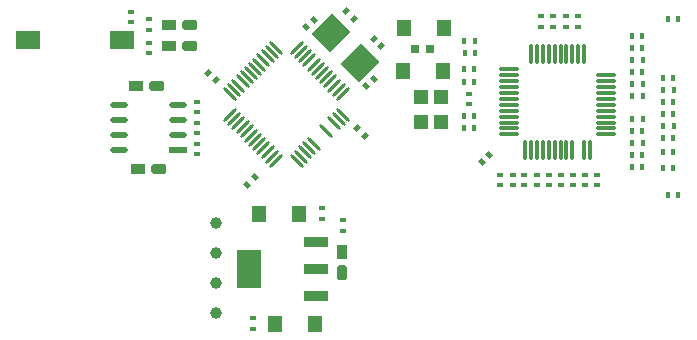
<source format=gtp>
G04*
G04 #@! TF.GenerationSoftware,Altium Limited,Altium Designer,18.1.9 (240)*
G04*
G04 Layer_Color=8421504*
%FSLAX25Y25*%
%MOIN*%
G70*
G01*
G75*
%ADD18R,0.04724X0.05512*%
%ADD19R,0.01575X0.01968*%
G04:AMPARAMS|DCode=20|XSize=9.84mil|YSize=61.02mil|CornerRadius=0mil|HoleSize=0mil|Usage=FLASHONLY|Rotation=315.000|XOffset=0mil|YOffset=0mil|HoleType=Round|Shape=Round|*
%AMOVALD20*
21,1,0.05118,0.00984,0.00000,0.00000,45.0*
1,1,0.00984,-0.01810,-0.01810*
1,1,0.00984,0.01810,0.01810*
%
%ADD20OVALD20*%

G04:AMPARAMS|DCode=21|XSize=9.84mil|YSize=61.02mil|CornerRadius=0mil|HoleSize=0mil|Usage=FLASHONLY|Rotation=225.000|XOffset=0mil|YOffset=0mil|HoleType=Round|Shape=Round|*
%AMOVALD21*
21,1,0.05118,0.00984,0.00000,0.00000,315.0*
1,1,0.00984,-0.01810,0.01810*
1,1,0.00984,0.01810,-0.01810*
%
%ADD21OVALD21*%

G04:AMPARAMS|DCode=22|XSize=15.75mil|YSize=19.68mil|CornerRadius=0mil|HoleSize=0mil|Usage=FLASHONLY|Rotation=225.000|XOffset=0mil|YOffset=0mil|HoleType=Round|Shape=Rectangle|*
%AMROTATEDRECTD22*
4,1,4,-0.00139,0.01253,0.01253,-0.00139,0.00139,-0.01253,-0.01253,0.00139,-0.00139,0.01253,0.0*
%
%ADD22ROTATEDRECTD22*%

%ADD23R,0.04724X0.05118*%
%ADD24R,0.01968X0.01575*%
%ADD25R,0.03000X0.02500*%
%ADD26O,0.01100X0.07087*%
%ADD27O,0.07087X0.01100*%
G04:AMPARAMS|DCode=28|XSize=94.49mil|YSize=86.61mil|CornerRadius=0mil|HoleSize=0mil|Usage=FLASHONLY|Rotation=225.000|XOffset=0mil|YOffset=0mil|HoleType=Round|Shape=Rectangle|*
%AMROTATEDRECTD28*
4,1,4,0.00278,0.06403,0.06403,0.00278,-0.00278,-0.06403,-0.06403,-0.00278,0.00278,0.06403,0.0*
%
%ADD28ROTATEDRECTD28*%

G04:AMPARAMS|DCode=29|XSize=15.75mil|YSize=19.68mil|CornerRadius=0mil|HoleSize=0mil|Usage=FLASHONLY|Rotation=135.000|XOffset=0mil|YOffset=0mil|HoleType=Round|Shape=Rectangle|*
%AMROTATEDRECTD29*
4,1,4,0.01253,0.00139,-0.00139,-0.01253,-0.01253,-0.00139,0.00139,0.01253,0.01253,0.00139,0.0*
%
%ADD29ROTATEDRECTD29*%

%ADD30R,0.07874X0.05906*%
%ADD31R,0.05000X0.03500*%
G04:AMPARAMS|DCode=32|XSize=50mil|YSize=35mil|CornerRadius=0mil|HoleSize=0mil|Usage=FLASHONLY|Rotation=0.000|XOffset=0mil|YOffset=0mil|HoleType=Round|Shape=Octagon|*
%AMOCTAGOND32*
4,1,8,0.02500,-0.00875,0.02500,0.00875,0.01625,0.01750,-0.01625,0.01750,-0.02500,0.00875,-0.02500,-0.00875,-0.01625,-0.01750,0.01625,-0.01750,0.02500,-0.00875,0.0*
%
%ADD32OCTAGOND32*%

%ADD33C,0.03937*%
%ADD34R,0.05906X0.01968*%
%ADD35O,0.05906X0.01968*%
%ADD36R,0.03500X0.05000*%
G04:AMPARAMS|DCode=37|XSize=50mil|YSize=35mil|CornerRadius=0mil|HoleSize=0mil|Usage=FLASHONLY|Rotation=270.000|XOffset=0mil|YOffset=0mil|HoleType=Round|Shape=Octagon|*
%AMOCTAGOND37*
4,1,8,-0.00875,-0.02500,0.00875,-0.02500,0.01750,-0.01625,0.01750,0.01625,0.00875,0.02500,-0.00875,0.02500,-0.01750,0.01625,-0.01750,-0.01625,-0.00875,-0.02500,0.0*
%
%ADD37OCTAGOND37*%

%ADD38R,0.08268X0.12598*%
%ADD39R,0.08268X0.03543*%
D18*
X426793Y241829D02*
D03*
X413407D02*
D03*
X426600Y227453D02*
D03*
X413214D02*
D03*
X370507Y143200D02*
D03*
X383893Y143200D02*
D03*
X378593Y179900D02*
D03*
X365207Y179900D02*
D03*
D19*
X499825Y209200D02*
D03*
X503368Y209200D02*
D03*
X489529Y235048D02*
D03*
X492875D02*
D03*
X489529Y239048D02*
D03*
X492875D02*
D03*
X503171Y205200D02*
D03*
X499825D02*
D03*
Y225100D02*
D03*
X503171D02*
D03*
X504900Y186100D02*
D03*
X501357Y186100D02*
D03*
X504971Y244900D02*
D03*
X501428Y244900D02*
D03*
X489529Y222948D02*
D03*
X493072Y222947D02*
D03*
X499825Y213200D02*
D03*
X503171D02*
D03*
X499825Y217200D02*
D03*
X503171D02*
D03*
X489529Y203400D02*
D03*
X493072Y203400D02*
D03*
X493071Y231047D02*
D03*
X489528Y231047D02*
D03*
X493071Y211411D02*
D03*
X489528Y211411D02*
D03*
X489529Y207400D02*
D03*
X492875D02*
D03*
X493071Y218947D02*
D03*
X489528Y218947D02*
D03*
X503071Y195200D02*
D03*
X499725D02*
D03*
X503171Y200300D02*
D03*
X499825D02*
D03*
X433533Y237572D02*
D03*
X437076Y237571D02*
D03*
X436975Y227971D02*
D03*
X433432Y227971D02*
D03*
X437075Y233571D02*
D03*
X433729D02*
D03*
X489529Y226948D02*
D03*
X492875D02*
D03*
X489529Y199400D02*
D03*
X492875D02*
D03*
X489529Y195300D02*
D03*
X492875D02*
D03*
X433629Y208372D02*
D03*
X436975D02*
D03*
Y223871D02*
D03*
X433432Y223871D02*
D03*
X436975Y212371D02*
D03*
X433432Y212371D02*
D03*
X499825Y221100D02*
D03*
X503368Y221100D02*
D03*
D20*
X393090Y219779D02*
D03*
X391698Y221171D02*
D03*
X390306Y222563D02*
D03*
X388914Y223955D02*
D03*
X387522Y225346D02*
D03*
X386130Y226739D02*
D03*
X384738Y228130D02*
D03*
X383347Y229522D02*
D03*
X381955Y230914D02*
D03*
X380563Y232306D02*
D03*
X379171Y233698D02*
D03*
X377779Y235090D02*
D03*
X355510Y212821D02*
D03*
X356902Y211429D02*
D03*
X358294Y210037D02*
D03*
X359686Y208645D02*
D03*
X361078Y207254D02*
D03*
X362470Y205862D02*
D03*
X363861Y204470D02*
D03*
X365253Y203078D02*
D03*
X366645Y201686D02*
D03*
X368037Y200294D02*
D03*
X369429Y198902D02*
D03*
X370821Y197510D02*
D03*
D21*
Y235090D02*
D03*
X369429Y233698D02*
D03*
X368037Y232306D02*
D03*
X366645Y230914D02*
D03*
X365253Y229522D02*
D03*
X363861Y228130D02*
D03*
X362470Y226739D02*
D03*
X361078Y225346D02*
D03*
X359686Y223955D02*
D03*
X358294Y222563D02*
D03*
X356902Y221171D02*
D03*
X355510Y219779D02*
D03*
X377779Y197510D02*
D03*
X379171Y198902D02*
D03*
X380563Y200294D02*
D03*
X381955Y201686D02*
D03*
X383347Y203078D02*
D03*
X387522Y207254D02*
D03*
X390306Y210037D02*
D03*
X391698Y211429D02*
D03*
X393090Y212821D02*
D03*
D22*
X380847Y241948D02*
D03*
X383353Y244453D02*
D03*
X439447Y197148D02*
D03*
X441814Y199514D02*
D03*
X403453Y224752D02*
D03*
X400947Y222247D02*
D03*
X363800Y192000D02*
D03*
X361295Y189495D02*
D03*
D23*
X419253Y210566D02*
D03*
Y218834D02*
D03*
X425947D02*
D03*
Y210566D02*
D03*
D24*
X459200Y245700D02*
D03*
X459200Y242157D02*
D03*
X467400Y245700D02*
D03*
X467400Y242157D02*
D03*
X471500Y245700D02*
D03*
X471500Y242157D02*
D03*
X463300Y245700D02*
D03*
X463300Y242157D02*
D03*
X445628Y189500D02*
D03*
X445628Y192847D02*
D03*
X435200Y216400D02*
D03*
Y219746D02*
D03*
X477700Y189500D02*
D03*
Y192847D02*
D03*
X473700Y189500D02*
D03*
Y192847D02*
D03*
X469700Y189500D02*
D03*
Y192847D02*
D03*
X465700Y189500D02*
D03*
Y192847D02*
D03*
X461700Y189500D02*
D03*
Y192847D02*
D03*
X457700Y189500D02*
D03*
Y192847D02*
D03*
X453655Y189500D02*
D03*
Y192847D02*
D03*
X449700Y189500D02*
D03*
X449700Y192847D02*
D03*
X322500Y247171D02*
D03*
X322500Y243825D02*
D03*
X344599Y199726D02*
D03*
Y203072D02*
D03*
X344600Y210221D02*
D03*
X344600Y206678D02*
D03*
X328400Y236900D02*
D03*
Y233554D02*
D03*
X328500Y241229D02*
D03*
X328500Y244575D02*
D03*
X344600Y217221D02*
D03*
Y213875D02*
D03*
X393100Y174229D02*
D03*
X393100Y177575D02*
D03*
X363300Y141529D02*
D03*
X363300Y145072D02*
D03*
X386300Y178129D02*
D03*
X386300Y181672D02*
D03*
D25*
X417300Y234700D02*
D03*
X422300D02*
D03*
D26*
X475527Y201055D02*
D03*
X473558D02*
D03*
X469621Y201055D02*
D03*
X467653D02*
D03*
X465684D02*
D03*
X463716D02*
D03*
X461747Y201055D02*
D03*
X459779D02*
D03*
X457810Y201055D02*
D03*
X455842D02*
D03*
X453873D02*
D03*
X455842Y233145D02*
D03*
X457810D02*
D03*
X459779D02*
D03*
X461747D02*
D03*
X463716D02*
D03*
X465684D02*
D03*
X467653D02*
D03*
X469621D02*
D03*
X471590D02*
D03*
X473558D02*
D03*
D27*
X448655Y206273D02*
D03*
Y208242D02*
D03*
X448655Y210210D02*
D03*
Y212179D02*
D03*
X448655Y214147D02*
D03*
Y216116D02*
D03*
Y218084D02*
D03*
Y220053D02*
D03*
Y222021D02*
D03*
X448655Y223990D02*
D03*
Y225958D02*
D03*
Y227927D02*
D03*
X480745Y225958D02*
D03*
Y223990D02*
D03*
Y222021D02*
D03*
Y220053D02*
D03*
Y218084D02*
D03*
Y216116D02*
D03*
Y214147D02*
D03*
Y212179D02*
D03*
Y210210D02*
D03*
Y208242D02*
D03*
X480745Y206273D02*
D03*
D28*
X389028Y239962D02*
D03*
X398772Y230218D02*
D03*
D29*
X403348Y238153D02*
D03*
X405714Y235787D02*
D03*
X396752Y244747D02*
D03*
X394247Y247253D02*
D03*
X397848Y208253D02*
D03*
X400353Y205747D02*
D03*
X350752Y224347D02*
D03*
X348247Y226853D02*
D03*
D30*
X319528Y237861D02*
D03*
X288297Y237783D02*
D03*
D31*
X324700Y194626D02*
D03*
X335101Y235726D02*
D03*
X335101Y242626D02*
D03*
X324301Y222447D02*
D03*
D32*
X331700Y194626D02*
D03*
X342101Y235726D02*
D03*
X342101Y242626D02*
D03*
X331300Y222447D02*
D03*
D33*
X350700Y176900D02*
D03*
Y166900D02*
D03*
Y156900D02*
D03*
Y146900D02*
D03*
D03*
D34*
X338042Y201021D02*
D03*
D35*
Y206021D02*
D03*
Y211021D02*
D03*
Y216021D02*
D03*
X318357Y201021D02*
D03*
Y206021D02*
D03*
Y211021D02*
D03*
Y216021D02*
D03*
D36*
X392726Y166999D02*
D03*
D37*
Y160000D02*
D03*
D38*
X361879Y161500D02*
D03*
D39*
X384320Y170555D02*
D03*
Y161500D02*
D03*
Y152445D02*
D03*
M02*

</source>
